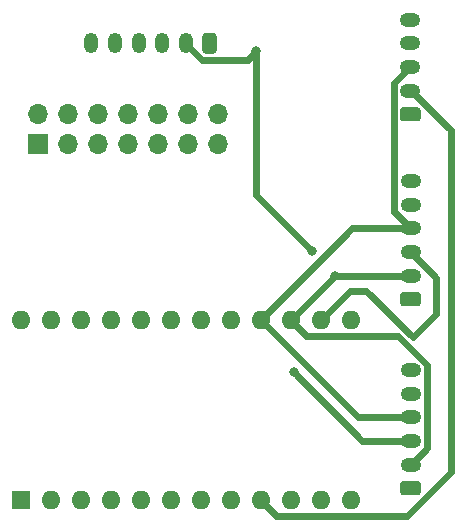
<source format=gbr>
%TF.GenerationSoftware,KiCad,Pcbnew,(5.1.9)-1*%
%TF.CreationDate,2021-10-18T19:29:22-06:00*%
%TF.ProjectId,stick_controller,73746963-6b5f-4636-9f6e-74726f6c6c65,rev?*%
%TF.SameCoordinates,Original*%
%TF.FileFunction,Copper,L3,Inr*%
%TF.FilePolarity,Positive*%
%FSLAX46Y46*%
G04 Gerber Fmt 4.6, Leading zero omitted, Abs format (unit mm)*
G04 Created by KiCad (PCBNEW (5.1.9)-1) date 2021-10-18 19:29:22*
%MOMM*%
%LPD*%
G01*
G04 APERTURE LIST*
%TA.AperFunction,ComponentPad*%
%ADD10O,1.700000X1.700000*%
%TD*%
%TA.AperFunction,ComponentPad*%
%ADD11R,1.700000X1.700000*%
%TD*%
%TA.AperFunction,ComponentPad*%
%ADD12R,1.600000X1.600000*%
%TD*%
%TA.AperFunction,ComponentPad*%
%ADD13O,1.600000X1.600000*%
%TD*%
%TA.AperFunction,ComponentPad*%
%ADD14O,1.750000X1.200000*%
%TD*%
%TA.AperFunction,ComponentPad*%
%ADD15O,1.200000X1.750000*%
%TD*%
%TA.AperFunction,ViaPad*%
%ADD16C,0.800000*%
%TD*%
%TA.AperFunction,Conductor*%
%ADD17C,0.609600*%
%TD*%
G04 APERTURE END LIST*
D10*
%TO.N,GND*%
%TO.C,J5*%
X128716000Y-50290000D03*
X128716000Y-52830000D03*
%TO.N,/~D10A10*%
X126176000Y-50290000D03*
%TO.N,/~D5*%
X126176000Y-52830000D03*
%TO.N,/A0*%
X123636000Y-50290000D03*
%TO.N,/D4A6*%
X123636000Y-52830000D03*
%TO.N,/A1*%
X121096000Y-50290000D03*
%TO.N,/~D3*%
X121096000Y-52830000D03*
%TO.N,/A2*%
X118556000Y-50290000D03*
%TO.N,/D2*%
X118556000Y-52830000D03*
%TO.N,/A3*%
X116016000Y-50290000D03*
%TO.N,/D0*%
X116016000Y-52830000D03*
%TO.N,+5V*%
X113476000Y-50290000D03*
D11*
%TO.N,/D1*%
X113476000Y-52830000D03*
%TD*%
D12*
%TO.N,/D1*%
%TO.C,U1*%
X111980000Y-83018000D03*
D13*
%TO.N,/~D10A10*%
X139920000Y-67778000D03*
%TO.N,/D0*%
X114520000Y-83018000D03*
%TO.N,/MOSI*%
X137380000Y-67778000D03*
%TO.N,GND*%
X117060000Y-83018000D03*
%TO.N,/MISO*%
X134840000Y-67778000D03*
%TO.N,GND*%
X119600000Y-83018000D03*
%TO.N,/SCK*%
X132300000Y-67778000D03*
%TO.N,/D2*%
X122140000Y-83018000D03*
%TO.N,/A0*%
X129760000Y-67778000D03*
%TO.N,/~D3*%
X124680000Y-83018000D03*
%TO.N,/A1*%
X127220000Y-67778000D03*
%TO.N,/D4A6*%
X127220000Y-83018000D03*
%TO.N,/A2*%
X124680000Y-67778000D03*
%TO.N,/~D5*%
X129760000Y-83018000D03*
%TO.N,/A3*%
X122140000Y-67778000D03*
%TO.N,/CSg*%
X132300000Y-83018000D03*
%TO.N,+5V*%
X119600000Y-67778000D03*
%TO.N,/CSz*%
X134840000Y-83018000D03*
%TO.N,/RST*%
X117060000Y-67778000D03*
%TO.N,/CSy*%
X137380000Y-83018000D03*
%TO.N,GND*%
X114520000Y-67778000D03*
%TO.N,/CSx*%
X139920000Y-83018000D03*
%TO.N,Net-(U1-Pad24)*%
X111980000Y-67778000D03*
%TD*%
D14*
%TO.N,GND*%
%TO.C,J4*%
X144976000Y-42330000D03*
%TO.N,/MISOg*%
X144976000Y-44330000D03*
%TO.N,/SCK*%
X144976000Y-46330000D03*
%TO.N,/CSg*%
X144976000Y-48330000D03*
%TO.N,+5V*%
%TA.AperFunction,ComponentPad*%
G36*
G01*
X145601001Y-50930000D02*
X144350999Y-50930000D01*
G75*
G02*
X144101000Y-50680001I0J249999D01*
G01*
X144101000Y-49979999D01*
G75*
G02*
X144350999Y-49730000I249999J0D01*
G01*
X145601001Y-49730000D01*
G75*
G02*
X145851000Y-49979999I0J-249999D01*
G01*
X145851000Y-50680001D01*
G75*
G02*
X145601001Y-50930000I-249999J0D01*
G01*
G37*
%TD.AperFunction*%
%TD*%
D15*
%TO.N,GND*%
%TO.C,J3*%
X117976000Y-44330000D03*
%TO.N,/CSz*%
X119976000Y-44330000D03*
%TO.N,/SCK*%
X121976000Y-44330000D03*
%TO.N,/MOSI*%
X123976000Y-44330000D03*
%TO.N,/MISO*%
X125976000Y-44330000D03*
%TO.N,+5V*%
%TA.AperFunction,ComponentPad*%
G36*
G01*
X128576000Y-43704999D02*
X128576000Y-44955001D01*
G75*
G02*
X128326001Y-45205000I-249999J0D01*
G01*
X127625999Y-45205000D01*
G75*
G02*
X127376000Y-44955001I0J249999D01*
G01*
X127376000Y-43704999D01*
G75*
G02*
X127625999Y-43455000I249999J0D01*
G01*
X128326001Y-43455000D01*
G75*
G02*
X128576000Y-43704999I0J-249999D01*
G01*
G37*
%TD.AperFunction*%
%TD*%
D14*
%TO.N,GND*%
%TO.C,J2*%
X145000000Y-72000000D03*
%TO.N,/CSy*%
X145000000Y-74000000D03*
%TO.N,/SCK*%
X145000000Y-76000000D03*
%TO.N,/MOSI*%
X145000000Y-78000000D03*
%TO.N,/MISO*%
X145000000Y-80000000D03*
%TO.N,+5V*%
%TA.AperFunction,ComponentPad*%
G36*
G01*
X145625001Y-82600000D02*
X144374999Y-82600000D01*
G75*
G02*
X144125000Y-82350001I0J249999D01*
G01*
X144125000Y-81649999D01*
G75*
G02*
X144374999Y-81400000I249999J0D01*
G01*
X145625001Y-81400000D01*
G75*
G02*
X145875000Y-81649999I0J-249999D01*
G01*
X145875000Y-82350001D01*
G75*
G02*
X145625001Y-82600000I-249999J0D01*
G01*
G37*
%TD.AperFunction*%
%TD*%
%TO.N,GND*%
%TO.C,J1*%
X145000000Y-56000000D03*
%TO.N,/CSx*%
X145000000Y-58000000D03*
%TO.N,/SCK*%
X145000000Y-60000000D03*
%TO.N,/MOSI*%
X145000000Y-62000000D03*
%TO.N,/MISO*%
X145000000Y-64000000D03*
%TO.N,+5V*%
%TA.AperFunction,ComponentPad*%
G36*
G01*
X145625001Y-66600000D02*
X144374999Y-66600000D01*
G75*
G02*
X144125000Y-66350001I0J249999D01*
G01*
X144125000Y-65649999D01*
G75*
G02*
X144374999Y-65400000I249999J0D01*
G01*
X145625001Y-65400000D01*
G75*
G02*
X145875000Y-65649999I0J-249999D01*
G01*
X145875000Y-66350001D01*
G75*
G02*
X145625001Y-66600000I-249999J0D01*
G01*
G37*
%TD.AperFunction*%
%TD*%
D16*
%TO.N,/MOSI*%
X135122000Y-72189500D03*
%TO.N,/MISO*%
X131947000Y-45011500D03*
X136646000Y-61902500D03*
X138618000Y-64000000D03*
%TD*%
D17*
%TO.N,/SCK*%
X140078000Y-60000000D02*
X145000000Y-60000000D01*
X132300000Y-67778000D02*
X140078000Y-60000000D01*
X140522000Y-76000000D02*
X145000000Y-76000000D01*
X132300000Y-67778000D02*
X140522000Y-76000000D01*
X143596190Y-47709810D02*
X144976000Y-46330000D01*
X143596190Y-58596190D02*
X143596190Y-47709810D01*
X145000000Y-60000000D02*
X143596190Y-58596190D01*
%TO.N,/MOSI*%
X147187000Y-64187000D02*
X145000000Y-62000000D01*
X147187000Y-67236499D02*
X147187000Y-64187000D01*
X145202949Y-69220550D02*
X147187000Y-67236499D01*
X141250399Y-65268000D02*
X145202949Y-69220550D01*
X139890000Y-65268000D02*
X141250399Y-65268000D01*
X137380000Y-67778000D02*
X139890000Y-65268000D01*
X145000000Y-78000000D02*
X140932500Y-78000000D01*
X140932500Y-78000000D02*
X135122000Y-72189500D01*
%TO.N,/MISO*%
X138618000Y-64000000D02*
X145000000Y-64000000D01*
X134840000Y-67778000D02*
X138618000Y-64000000D01*
X146379810Y-71542373D02*
X146379810Y-78620190D01*
X134840000Y-67778000D02*
X136144801Y-69082801D01*
X143920238Y-69082801D02*
X146379810Y-71542373D01*
X146379810Y-78620190D02*
X145000000Y-80000000D01*
X136144801Y-69082801D02*
X143920238Y-69082801D01*
X131947000Y-45011500D02*
X131947000Y-57203500D01*
X131947000Y-57203500D02*
X136646000Y-61902500D01*
X138618000Y-64000000D02*
X138618000Y-64000000D01*
X125976000Y-44372464D02*
X125976000Y-44330000D01*
X127313346Y-45709810D02*
X125976000Y-44372464D01*
X131248690Y-45709810D02*
X127313346Y-45709810D01*
X131947000Y-45011500D02*
X131248690Y-45709810D01*
%TO.N,/CSg*%
X145018464Y-48330000D02*
X148393500Y-51705036D01*
X144976000Y-48330000D02*
X145018464Y-48330000D01*
X133604801Y-84322801D02*
X132300000Y-83018000D01*
X144719663Y-84322801D02*
X133604801Y-84322801D01*
X148393500Y-80648964D02*
X144719663Y-84322801D01*
X148393500Y-51705036D02*
X148393500Y-80648964D01*
%TD*%
M02*

</source>
